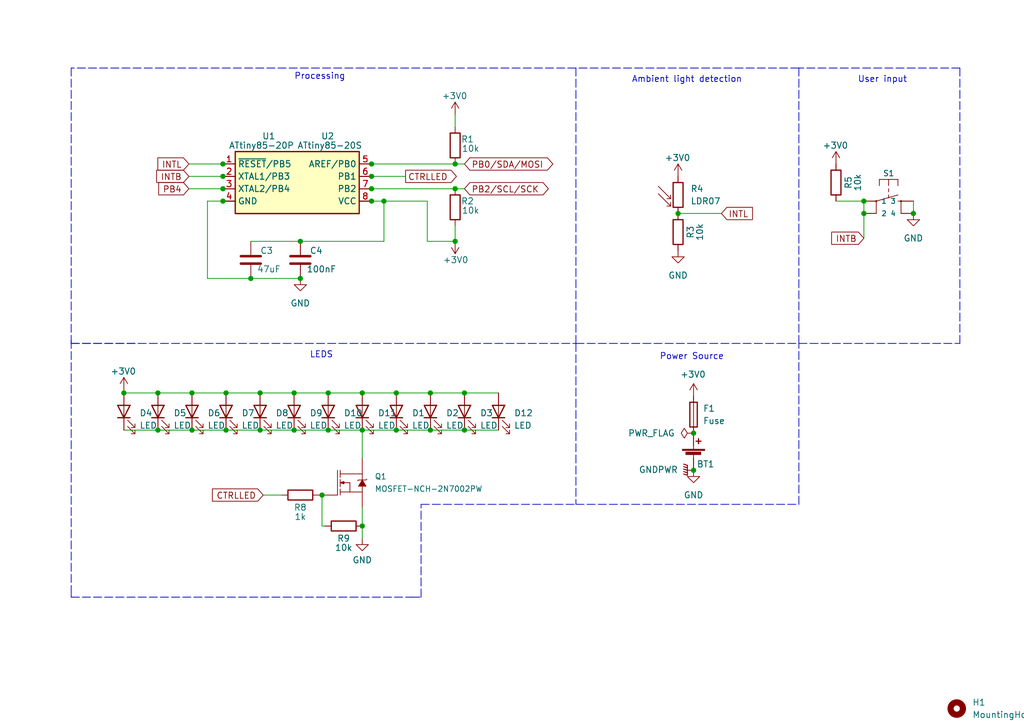
<source format=kicad_sch>
(kicad_sch (version 20211123) (generator eeschema)
  (paper "A5")
  (title_block (title "LED light ornament") (date "2022-11-21") (rev "1.2") (comment 1 "Casper R. Tak"))
  (lib_symbols
    (symbol "Device:Battery_Cell" (pin_numbers hide) (pin_names (offset 0) hide)
      (property "Reference" "BT" (at 2.54 2.54 0))
      (property "Value" "Battery_Cell" (at 2.54 0 0))
      (symbol "Battery_Cell_0_1"
        (rectangle (start -2.286 1.778) (end 2.286 1.524) (fill (type outline)))
        (rectangle (start -1.5748 1.1938) (end 1.4732 0.6858) (fill (type outline)))
        (polyline (pts (xy 0 0.762) (xy 0 0)))
        (polyline (pts (xy 0 1.778) (xy 0 2.54)))
        (polyline (pts (xy 0.508 3.429) (xy 1.524 3.429)) (stroke (width 0.254)))
        (polyline (pts (xy 1.016 3.937) (xy 1.016 2.921)) (stroke (width 0.254)))
      )
      (symbol "Battery_Cell_1_1"
        (pin passive line (at 0 5.08 270) (length 2.54) (name "+") (number "1"))
        (pin passive line (at 0 -2.54 90) (length 2.54) (name "-") (number "2"))
      )
    )
    (symbol "Device:C" (pin_numbers hide) (pin_names (offset 0.254))
      (property "Reference" "C" (at 0.635 2.54 0))
      (property "Value" "C" (at 0.635 -2.54 0))
      (symbol "C_0_1"
        (polyline (pts (xy -2.032 -0.762) (xy 2.032 -0.762)) (stroke (width 0.508)))
        (polyline (pts (xy -2.032 0.762) (xy 2.032 0.762)) (stroke (width 0.508)))
      )
      (symbol "C_1_1"
        (pin passive line (at 0 3.81 270) (length 2.794) (name "~") (number "1"))
        (pin passive line (at 0 -3.81 90) (length 2.794) (name "~") (number "2"))
      )
    )
    (symbol "Device:Fuse" (pin_numbers hide) (pin_names (offset 0))
      (property "Reference" "F" (at 2.032 0 90))
      (property "Value" "Fuse" (at -1.905 0 90))
      (symbol "Fuse_0_1"
        (rectangle (start -0.762 -2.54) (end 0.762 2.54) (stroke (width 0.254)))
        (polyline (pts (xy 0 2.54) (xy 0 -2.54)))
      )
      (symbol "Fuse_1_1"
        (pin passive line (at 0 3.81 270) (length 1.27) (name "~") (number "1"))
        (pin passive line (at 0 -3.81 90) (length 1.27) (name "~") (number "2"))
      )
    )
    (symbol "Device:LED" (pin_numbers hide) (pin_names (offset 1.016) hide)
      (property "Reference" "D" (at 0 2.54 0))
      (property "Value" "LED" (at 0 -2.54 0))
      (symbol "LED_0_1"
        (polyline (pts (xy -1.27 -1.27) (xy -1.27 1.27)) (stroke (width 0.254)))
        (polyline (pts (xy -1.27 0) (xy 1.27 0)))
        (polyline (pts (xy 1.27 -1.27) (xy 1.27 1.27) (xy -1.27 0) (xy 1.27 -1.27)) (stroke (width 0.254)))
        (polyline (pts (xy -3.048 -0.762) (xy -4.572 -2.286) (xy -3.81 -2.286) (xy -4.572 -2.286) (xy -4.572 -1.524)))
        (polyline (pts (xy -1.778 -0.762) (xy -3.302 -2.286) (xy -2.54 -2.286) (xy -3.302 -2.286) (xy -3.302 -1.524)))
      )
      (symbol "LED_1_1"
        (pin passive line (at -3.81 0 0) (length 2.54) (name "K") (number "1"))
        (pin passive line (at 3.81 0 180) (length 2.54) (name "A") (number "2"))
      )
    )
    (symbol "Device:R" (pin_numbers hide) (pin_names (offset 0))
      (property "Reference" "R" (at 2.032 0 90))
      (property "Value" "R" (at 0 0 90))
      (symbol "R_0_1"
        (rectangle (start -1.016 -2.54) (end 1.016 2.54) (stroke (width 0.254)))
      )
      (symbol "R_1_1"
        (pin passive line (at 0 3.81 270) (length 1.27) (name "~") (number "1"))
        (pin passive line (at 0 -3.81 90) (length 1.27) (name "~") (number "2"))
      )
    )
    (symbol "MCU_Microchip_ATtiny:ATtiny85-20P"
      (property "Reference" "U?" (at 0.635 12.065 0))
      (property "Value" "ATtiny85-20P" (at 7.62 10.16 0))
      (symbol "ATtiny85-20P_0_1"
        (rectangle (start -12.7 8.89) (end 12.7 -3.81) (stroke (width 0.254)) (fill (type background)))
      )
      (symbol "ATtiny85-20P_1_1"
        (pin bidirectional line (at -15.24 6.35 0) (length 2.54) (name "~{RESET}/PB5") (number "1"))
        (pin bidirectional line (at -15.24 3.81 0) (length 2.54) (name "XTAL1/PB3") (number "2"))
        (pin bidirectional line (at -15.24 1.27 0) (length 2.54) (name "XTAL2/PB4") (number "3"))
        (pin power_in line (at -15.24 -1.27 0) (length 2.54) (name "GND") (number "4"))
        (pin bidirectional line (at 15.24 6.35 180) (length 2.54) (name "AREF/PB0") (number "5"))
        (pin bidirectional line (at 15.24 3.81 180) (length 2.54) (name "PB1") (number "6"))
        (pin bidirectional line (at 15.24 1.27 180) (length 2.54) (name "PB2") (number "7"))
        (pin power_in line (at 15.24 -1.27 180) (length 2.54) (name "VCC") (number "8"))
      )
    )
    (symbol "MCU_Microchip_ATtiny:ATtiny85-20S"
      (property "Reference" "U?" (at -13.97 1.2701 0))
      (property "Value" "ATtiny85-20S" (at -13.97 -1.2699 0))
      (symbol "ATtiny85-20S_0_1"
        (rectangle (start -13.97 6.985) (end 11.43 -5.715) (stroke (width 0.254)) (fill (type background)))
      )
      (symbol "ATtiny85-20S_1_1"
        (pin bidirectional line (at -16.51 4.445 0) (length 2.54) (name "~{RESET}/PB5") (number "1"))
        (pin bidirectional line (at -16.51 1.905 0) (length 2.54) (name "XTAL1/PB3") (number "2"))
        (pin bidirectional line (at -16.51 -0.635 0) (length 2.54) (name "XTAL2/PB4") (number "3"))
        (pin power_in line (at -16.51 -3.175 0) (length 2.54) (name "GND") (number "4"))
        (pin bidirectional line (at 13.97 4.445 180) (length 2.54) (name "AREF/PB0") (number "5"))
        (pin bidirectional line (at 13.97 1.905 180) (length 2.54) (name "PB1") (number "6"))
        (pin bidirectional line (at 13.97 -0.635 180) (length 2.54) (name "PB2") (number "7"))
        (pin power_in line (at 13.97 -3.175 180) (length 2.54) (name "VCC") (number "8"))
      )
    )
    (symbol "Mechanical:MountingHole" (pin_names (offset 1.016))
      (property "Reference" "H" (at 0 5.08 0))
      (property "Value" "MountingHole" (at 0 3.175 0))
      (symbol "MountingHole_0_1"
        (circle (center 0 0) (radius 1.27) (stroke (width 1.27)))
      )
    )
    (symbol "Sensor_Optical:LDR07" (pin_numbers hide) (pin_names (offset 0))
      (property "Reference" "R" (at -5.08 0 90))
      (property "Value" "LDR07" (at 1.905 0 90))
      (symbol "LDR07_0_1"
        (rectangle (start -1.016 2.54) (end 1.016 -2.54) (stroke (width 0.254)))
        (polyline (pts (xy -1.524 -2.286) (xy -4.064 0.254)))
        (polyline (pts (xy -1.524 -2.286) (xy -2.286 -2.286)))
        (polyline (pts (xy -1.524 -2.286) (xy -1.524 -1.524)))
        (polyline (pts (xy -1.524 -0.762) (xy -4.064 1.778)))
        (polyline (pts (xy -1.524 -0.762) (xy -2.286 -0.762)))
        (polyline (pts (xy -1.524 -0.762) (xy -1.524 0)))
      )
      (symbol "LDR07_1_1"
        (pin passive line (at 0 3.81 270) (length 1.27) (name "~") (number "1"))
        (pin passive line (at 0 -3.81 90) (length 1.27) (name "~") (number "2"))
      )
    )
    (symbol "SparkFun-DiscreteSemi:MOSFET-NCH-2N7002PW" (pin_numbers hide) (pin_names (offset 1.016) hide)
      (property "Reference" "Q" (at 3.81 3.81 0))
      (property "Value" "MOSFET-NCH-2N7002PW" (at 3.81 -5.08 0))
      (property "Field4" "TRANS-11151" (at 0 8.89 0))
      (symbol "MOSFET-NCH-2N7002PW_1_0"
        (polyline (pts (xy -2.54 -2.54) (xy -2.54 2.54)))
        (polyline (pts (xy -1.9812 -1.905) (xy -1.9812 -2.54)))
        (polyline (pts (xy -1.9812 -1.905) (xy 0 -1.905)))
        (polyline (pts (xy -1.9812 -1.2954) (xy -1.9812 -1.905)))
        (polyline (pts (xy -1.9812 0.6858) (xy -1.9812 -0.8382)))
        (polyline (pts (xy -1.9812 1.8034) (xy -1.9812 1.0922)))
        (polyline (pts (xy -1.9812 1.8034) (xy 2.54 1.8034)))
        (polyline (pts (xy -1.9812 2.54) (xy -1.9812 1.8034)))
        (polyline (pts (xy 0 -1.905) (xy 0 0)))
        (polyline (pts (xy 0 0) (xy -1.2192 0)))
        (polyline (pts (xy 1.6002 0.381) (xy 1.778 0.5588)))
        (polyline (pts (xy 2.54 -2.54) (xy 2.54 -1.905)))
        (polyline (pts (xy 2.54 -1.905) (xy 0 -1.905)))
        (polyline (pts (xy 2.54 -0.7112) (xy 2.54 -1.905)))
        (polyline (pts (xy 2.54 0.5588) (xy 1.778 0.5588)))
        (polyline (pts (xy 2.54 0.5588) (xy 3.302 0.5588)))
        (polyline (pts (xy 2.54 1.8034) (xy 2.54 0.5588)))
        (polyline (pts (xy 2.54 2.54) (xy 2.54 1.8034)))
        (polyline (pts (xy 3.302 0.5588) (xy 3.4798 0.7366)))
      )
      (symbol "MOSFET-NCH-2N7002PW_1_1"
        (polyline (pts (xy -1.9812 0) (xy -1.2192 0.254) (xy -1.2192 0.254) (xy -1.2192 -0.254) (xy -1.2192 -0.254) (xy -1.9812 0)) (fill (type outline)))
        (polyline (pts (xy 1.778 -0.7112) (xy 2.54 0.5588) (xy 2.54 0.5588) (xy 3.302 -0.7112) (xy 3.302 -0.7112) (xy 1.778 -0.7112)) (fill (type outline)))
        (pin bidirectional line (at -5.08 -2.54 0) (length 2.54) (name "G") (number "1"))
        (pin bidirectional line (at 2.54 -5.08 90) (length 2.54) (name "S") (number "2"))
        (pin bidirectional line (at 2.54 5.08 270) (length 2.54) (name "D") (number "3"))
      )
    )
    (symbol "SparkFun-Switches:MOMENTARY-SWITCH-SPST-2-SMD-5.2MM" (pin_numbers hide) (pin_names (offset 1.016))
      (property "Reference" "S" (at -5.08 1.27 0))
      (property "Value" "MOMENTARY-SWITCH-SPST-2-SMD-5.2MM" (at -5.08 -5.08 0))
      (property "Field4" "SWCH-08247" (at 0 7.62 0))
      (symbol "MOMENTARY-SWITCH-SPST-2-SMD-5.2MM_1_0"
        (polyline (pts (xy -2.54 -2.54) (xy -2.54 0)))
        (polyline (pts (xy -2.54 0) (xy 1.905 1.27)))
        (polyline (pts (xy -1.905 4.445) (xy -1.905 3.175)))
        (polyline (pts (xy 0 1.27) (xy 0 0.635)))
        (polyline (pts (xy 0 2.54) (xy 0 1.905)))
        (polyline (pts (xy 0 4.445) (xy -1.905 4.445)))
        (polyline (pts (xy 0 4.445) (xy 0 3.175)))
        (polyline (pts (xy 1.905 0) (xy 2.54 0)))
        (polyline (pts (xy 1.905 4.445) (xy 0 4.445)))
        (polyline (pts (xy 1.905 4.445) (xy 1.905 3.175)))
        (polyline (pts (xy 2.54 -2.54) (xy 2.54 0)))
      )
      (symbol "MOMENTARY-SWITCH-SPST-2-SMD-5.2MM_1_1"
        (circle (center -2.54 0) (radius 0.127) (fill (type outline)))
        (circle (center 2.54 0) (radius 0.127) (fill (type outline)))
        (pin passive line (at -5.08 0 0) (length 2.54) (name "1") (number "1"))
        (pin passive line (at -5.08 -2.54 0) (length 2.54) (name "2") (number "2"))
        (pin passive line (at 5.08 0 180) (length 2.54) (name "3") (number "3"))
        (pin passive line (at 5.08 -2.54 180) (length 2.54) (name "4") (number "4"))
      )
    )
    (symbol "power:+3V0" (power) (pin_names (offset 0))
      (property "Value" "+3V0" (at 0 3.556 0))
      (symbol "+3V0_0_1"
        (polyline (pts (xy -0.762 1.27) (xy 0 2.54)))
        (polyline (pts (xy 0 0) (xy 0 2.54)))
        (polyline (pts (xy 0 2.54) (xy 0.762 1.27)))
      )
      (symbol "+3V0_1_1"
        (pin power_in line (at 0 0 90) (length 0) hide (name "+3V0") (number "1"))
      )
    )
    (symbol "power:GND" (power) (pin_names (offset 0))
      (property "Value" "GND" (at 0 -3.81 0))
      (symbol "GND_0_1"
        (polyline (pts (xy 0 0) (xy 0 -1.27) (xy 1.27 -1.27) (xy 0 -2.54) (xy -1.27 -1.27) (xy 0 -1.27)))
      )
      (symbol "GND_1_1"
        (pin power_in line (at 0 0 270) (length 0) hide (name "GND") (number "1"))
      )
    )
    (symbol "power:GNDPWR" (power) (pin_names (offset 0))
      (property "Value" "GNDPWR" (at 0 -3.302 0))
      (symbol "GNDPWR_0_1"
        (polyline (pts (xy 0 -1.27) (xy 0 0)))
        (polyline (pts (xy -1.016 -1.27) (xy -1.27 -2.032) (xy -1.27 -2.032)) (stroke (width 0.2032)))
        (polyline (pts (xy -0.508 -1.27) (xy -0.762 -2.032) (xy -0.762 -2.032)) (stroke (width 0.2032)))
        (polyline (pts (xy 0 -1.27) (xy -0.254 -2.032) (xy -0.254 -2.032)) (stroke (width 0.2032)))
        (polyline (pts (xy 0.508 -1.27) (xy 0.254 -2.032) (xy 0.254 -2.032)) (stroke (width 0.2032)))
        (polyline (pts (xy 1.016 -1.27) (xy -1.016 -1.27) (xy -1.016 -1.27)) (stroke (width 0.2032)))
        (polyline (pts (xy 1.016 -1.27) (xy 0.762 -2.032) (xy 0.762 -2.032) (xy 0.762 -2.032)) (stroke (width 0.2032)))
      )
      (symbol "GNDPWR_1_1"
        (pin power_in line (at 0 0 270) (length 0) hide (name "GNDPWR") (number "1"))
      )
    )
    (symbol "power:PWR_FLAG" (power) (pin_numbers hide) (pin_names (offset 0) hide)
      (property "Value" "PWR_FLAG" (at 0 3.81 0))
      (symbol "PWR_FLAG_0_0"
        (pin power_out line (at 0 0 90) (length 0) (name "pwr") (number "1"))
      )
      (symbol "PWR_FLAG_0_1"
        (polyline (pts (xy 0 0) (xy 0 1.27) (xy -1.016 1.905) (xy 0 2.54) (xy 1.016 1.905) (xy 0 1.27)))
      )
    )
  )
  (junction (at 53.34 80.645))
  (junction (at 139.065 43.815))
  (junction (at 53.34 88.265))
  (junction (at 67.31 80.645))
  (junction (at 32.385 80.645))
  (junction (at 76.2 38.735))
  (junction (at 142.24 88.9))
  (junction (at 46.355 80.645))
  (junction (at 45.72 33.655))
  (junction (at 76.2 41.275))
  (junction (at 81.28 80.645))
  (junction (at 78.74 41.275))
  (junction (at 45.72 38.735))
  (junction (at 93.345 38.735))
  (junction (at 95.25 80.645))
  (junction (at 93.345 33.655))
  (junction (at 177.165 43.815))
  (junction (at 32.385 88.265))
  (junction (at 66.04 101.6))
  (junction (at 67.31 88.265))
  (junction (at 51.435 57.15))
  (junction (at 187.325 43.815))
  (junction (at 74.295 88.265))
  (junction (at 142.24 96.52))
  (junction (at 74.295 80.645))
  (junction (at 81.28 88.265))
  (junction (at 46.355 88.265))
  (junction (at 61.595 49.53))
  (junction (at 39.37 88.265))
  (junction (at 61.595 57.15))
  (junction (at 60.325 80.645))
  (junction (at 93.345 49.53))
  (junction (at 76.2 36.195))
  (junction (at 60.325 88.265))
  (junction (at 25.4 80.645))
  (junction (at 88.265 88.265))
  (junction (at 45.72 41.275))
  (junction (at 76.2 33.655))
  (junction (at 177.165 41.275))
  (junction (at 45.72 36.195))
  (junction (at 95.25 88.265))
  (junction (at 74.295 107.95))
  (junction (at 39.37 80.645))
  (junction (at 88.265 80.645))
  (wire (pts (xy 67.31 80.645) (xy 74.295 80.645)))
  (wire (pts (xy 51.435 49.53) (xy 61.595 49.53)))
  (polyline (pts (xy 84.455 122.555) (xy 86.36 122.555)))
  (polyline (pts (xy 14.605 70.485) (xy 118.11 70.485)))
  (wire (pts (xy 61.595 49.53) (xy 78.74 49.53)))
  (polyline (pts (xy 14.605 69.85) (xy 14.605 121.92)))
  (wire (pts (xy 53.34 88.265) (xy 60.325 88.265)))
  (wire (pts (xy 65.405 101.6) (xy 66.04 101.6)))
  (polyline (pts (xy 118.11 103.505) (xy 163.83 103.505)))
  (wire (pts (xy 42.545 41.275) (xy 45.72 41.275)))
  (wire (pts (xy 93.345 38.735) (xy 95.25 38.735)))
  (wire (pts (xy 78.74 41.275) (xy 87.63 41.275)))
  (wire (pts (xy 93.345 33.655) (xy 95.25 33.655)))
  (wire (pts (xy 66.04 101.6) (xy 66.675 101.6)))
  (wire (pts (xy 74.295 80.645) (xy 81.28 80.645)))
  (polyline (pts (xy 14.605 70.485) (xy 27.94 70.485)))
  (wire (pts (xy 32.385 88.265) (xy 39.37 88.265)))
  (wire (pts (xy 88.265 80.645) (xy 95.25 80.645)))
  (wire (pts (xy 25.4 80.01) (xy 25.4 80.645)))
  (wire (pts (xy 139.065 43.815) (xy 147.955 43.815)))
  (wire (pts (xy 39.37 88.265) (xy 46.355 88.265)))
  (wire (pts (xy 38.735 38.735) (xy 45.72 38.735)))
  (wire (pts (xy 81.28 88.265) (xy 88.265 88.265)))
  (polyline (pts (xy 163.83 13.97) (xy 118.11 13.97)))
  (wire (pts (xy 95.25 80.645) (xy 102.235 80.645)))
  (polyline (pts (xy 86.36 122.555) (xy 86.36 103.505)))
  (wire (pts (xy 76.2 36.195) (xy 83.185 36.195)))
  (wire (pts (xy 74.295 88.265) (xy 81.28 88.265)))
  (polyline (pts (xy 163.83 70.485) (xy 163.83 13.97)))
  (wire (pts (xy 76.2 38.735) (xy 93.345 38.735)))
  (wire (pts (xy 74.295 88.265) (xy 74.295 93.98)))
  (wire (pts (xy 87.63 41.275) (xy 87.63 49.53)))
  (wire (pts (xy 187.325 41.275) (xy 187.325 43.815)))
  (wire (pts (xy 25.4 80.645) (xy 32.385 80.645)))
  (wire (pts (xy 25.4 88.265) (xy 32.385 88.265)))
  (polyline (pts (xy 86.36 103.505) (xy 118.11 103.505)))
  (wire (pts (xy 88.265 88.265) (xy 95.25 88.265)))
  (wire (pts (xy 60.325 88.265) (xy 67.31 88.265)))
  (wire (pts (xy 78.74 41.275) (xy 78.74 49.53)))
  (wire (pts (xy 53.975 101.6) (xy 57.785 101.6)))
  (polyline (pts (xy 196.85 13.97) (xy 163.83 13.97)))
  (wire (pts (xy 76.2 41.275) (xy 78.74 41.275)))
  (wire (pts (xy 42.545 41.275) (xy 42.545 57.15)))
  (wire (pts (xy 74.295 107.95) (xy 74.295 110.49)))
  (wire (pts (xy 66.04 107.95) (xy 66.675 107.95)))
  (polyline (pts (xy 118.11 70.485) (xy 163.83 70.485)))
  (wire (pts (xy 46.355 80.645) (xy 53.34 80.645)))
  (wire (pts (xy 39.37 80.645) (xy 46.355 80.645)))
  (polyline (pts (xy 14.605 121.92) (xy 14.605 122.555)))
  (polyline (pts (xy 196.85 70.485) (xy 196.85 13.97)))
  (wire (pts (xy 42.545 57.15) (xy 51.435 57.15)))
  (polyline (pts (xy 14.605 70.485) (xy 14.605 13.97)))
  (polyline (pts (xy 163.83 103.505) (xy 163.83 70.485)))
  (wire (pts (xy 67.31 88.265) (xy 74.295 88.265)))
  (polyline (pts (xy 163.83 70.485) (xy 196.85 70.485)))
  (wire (pts (xy 46.355 88.265) (xy 53.34 88.265)))
  (wire (pts (xy 76.2 33.655) (xy 93.345 33.655)))
  (polyline (pts (xy 118.11 70.485) (xy 118.11 103.505)))
  (wire (pts (xy 53.34 80.645) (xy 60.325 80.645)))
  (wire (pts (xy 177.165 41.275) (xy 177.165 43.815)))
  (wire (pts (xy 177.165 43.815) (xy 177.165 48.895)))
  (wire (pts (xy 81.28 80.645) (xy 88.265 80.645)))
  (polyline (pts (xy 118.11 70.485) (xy 118.11 13.97)))
  (wire (pts (xy 95.25 88.265) (xy 102.235 88.265)))
  (wire (pts (xy 93.345 46.355) (xy 93.345 49.53)))
  (wire (pts (xy 171.45 41.275) (xy 177.165 41.275)))
  (wire (pts (xy 93.345 23.495) (xy 93.345 26.035)))
  (wire (pts (xy 66.04 101.6) (xy 66.04 107.95)))
  (wire (pts (xy 38.735 36.195) (xy 45.72 36.195)))
  (wire (pts (xy 87.63 49.53) (xy 93.345 49.53)))
  (wire (pts (xy 74.295 104.14) (xy 74.295 107.95)))
  (wire (pts (xy 51.435 57.15) (xy 61.595 57.15)))
  (wire (pts (xy 38.735 33.655) (xy 45.72 33.655)))
  (wire (pts (xy 60.325 80.645) (xy 67.31 80.645)))
  (wire (pts (xy 32.385 80.645) (xy 39.37 80.645)))
  (polyline (pts (xy 14.605 122.555) (xy 84.455 122.555)))
  (polyline (pts (xy 118.11 13.97) (xy 14.605 13.97)))
  (text "LEDS\n" (at 63.5 73.66 0) (effects (font (size 1.27 1.27)) (justify left bottom)))
  (text "Processing" (at 60.325 16.51 0) (effects (font (size 1.27 1.27)) (justify left bottom)))
  (text "Power Source\n\n\n" (at 135.255 78.105 0) (effects (font (size 1.27 1.27)) (justify left bottom)))
  (text "User input\n" (at 175.895 17.145 0) (effects (font (size 1.27 1.27)) (justify left bottom)))
  (text "Ambient light detection\n" (at 129.54 17.145 0) (effects (font (size 1.27 1.27)) (justify left bottom)))
  (global_label "INTB" (shape input) (at 38.735 36.195 180) (property "Intersheet References" "${INTERSHEET_REFS}" (effects hide)))
  (global_label "PB2{slash}SCL{slash}SCK" (shape bidirectional) (at 95.25 38.735 0) (property "Intersheet References" "${INTERSHEET_REFS}" (effects hide)))
  (global_label "INTL" (shape input) (at 38.735 33.655 180) (property "Intersheet References" "${INTERSHEET_REFS}" (effects hide)))
  (global_label "INTB" (shape input) (at 177.165 48.895 180) (property "Intersheet References" "${INTERSHEET_REFS}" (effects hide)))
  (global_label "INTL" (shape input) (at 147.955 43.815 0) (property "Intersheet References" "${INTERSHEET_REFS}" (effects hide)))
  (global_label "PB4" (shape input) (at 38.735 38.735 180) (property "Intersheet References" "${INTERSHEET_REFS}" (effects hide)))
  (global_label "CTRLLED" (shape output) (at 83.185 36.195 0) (property "Intersheet References" "${INTERSHEET_REFS}" (effects hide)))
  (global_label "PB0{slash}SDA{slash}MOSI" (shape bidirectional) (at 95.25 33.655 0) (property "Intersheet References" "${INTERSHEET_REFS}" (effects hide)))
  (global_label "CTRLLED" (shape input) (at 53.975 101.6 180) (property "Intersheet References" "${INTERSHEET_REFS}" (effects hide)))
  (symbol (lib_id "Device:LED") (at 95.25 84.455 90) (unit 1)
    (property "Reference" "D3" (at 98.425 84.7724 90) (effects (justify right)))
    (property "Value" "LED" (at 98.425 87.3124 90) (effects (justify right)))
    (property "Footprint" "LED_SMD:LED_1206_3216Metric_Pad1.42x1.75mm_HandSolder" (effects hide))
  )
  (symbol (lib_id "Mechanical:MountingHole") (at 196.215 145.415 0) (unit 1)
    (property "Reference" "H1" (at 199.39 144.1449 0) (effects (justify left)))
    (property "Value" "MountingHole" (at 199.39 146.6849 0) (effects (justify left)))
    (property "Footprint" "MountingHole:MountingHole_2.5mm" (effects hide))
  )
  (symbol (lib_id "Device:R") (at 93.345 29.845 0) (unit 1)
    (property "Reference" "R1" (at 95.885 28.575 0))
    (property "Value" "10k" (at 96.52 30.48 0))
    (property "Footprint" "Resistor_SMD:R_1206_3216Metric_Pad1.30x1.75mm_HandSolder" (effects hide))
  )
  (symbol (lib_id "power:+3V0") (at 93.345 23.495 0) (unit 1)
    (property "Reference" "#PWR03" (effects hide))
    (property "Value" "+3V0" (at 95.885 19.685 0) (effects (justify right)))
  )
  (symbol (lib_id "Device:R") (at 70.485 107.95 270) (unit 1)
    (property "Reference" "R9" (at 70.485 110.49 90))
    (property "Value" "10k" (at 70.485 112.395 90))
    (property "Footprint" "Resistor_SMD:R_1206_3216Metric_Pad1.30x1.75mm_HandSolder" (effects hide))
  )
  (symbol (lib_id "power:+3V0") (at 93.345 49.53 180) (unit 1)
    (property "Reference" "#PWR06" (effects hide))
    (property "Value" "+3V0" (at 90.805 53.34 0) (effects (justify right)))
  )
  (symbol (lib_id "Device:LED") (at 74.295 84.455 90) (unit 1)
    (property "Reference" "D11" (at 77.47 84.7724 90) (effects (justify right)))
    (property "Value" "LED" (at 77.47 87.3124 90) (effects (justify right)))
    (property "Footprint" "LED_SMD:LED_1206_3216Metric_Pad1.42x1.75mm_HandSolder" (effects hide))
  )
  (symbol (lib_id "Device:LED") (at 67.31 84.455 90) (unit 1)
    (property "Reference" "D10" (at 70.485 84.7724 90) (effects (justify right)))
    (property "Value" "LED" (at 70.485 87.3124 90) (effects (justify right)))
    (property "Footprint" "LED_SMD:LED_1206_3216Metric_Pad1.42x1.75mm_HandSolder" (effects hide))
  )
  (symbol (lib_id "power:+3V0") (at 142.24 81.28 0) (unit 1)
    (property "Reference" "#PWR04" (effects hide))
    (property "Value" "+3V0" (at 144.78 76.835 0) (effects (justify right)))
  )
  (symbol (lib_id "Device:LED") (at 39.37 84.455 90) (unit 1)
    (property "Reference" "D6" (at 42.545 84.7724 90) (effects (justify right)))
    (property "Value" "LED" (at 42.545 87.3124 90) (effects (justify right)))
    (property "Footprint" "LED_SMD:LED_1206_3216Metric_Pad1.42x1.75mm_HandSolder" (effects hide))
  )
  (symbol (lib_id "power:+3V0") (at 139.065 36.195 0) (unit 1)
    (property "Reference" "#PWR07" (effects hide))
    (property "Value" "+3V0" (at 141.605 32.385 0) (effects (justify right)))
  )
  (symbol (lib_id "Device:Fuse") (at 142.24 85.09 0) (unit 1)
    (property "Reference" "F1" (at 144.145 83.8199 0) (effects (justify left)))
    (property "Value" "Fuse" (at 144.145 86.3599 0) (effects (justify left)))
    (property "Footprint" "Resistor_SMD:R_1206_3216Metric_Pad1.30x1.75mm_HandSolder" (effects hide))
  )
  (symbol (lib_id "SparkFun-DiscreteSemi:MOSFET-NCH-2N7002PW") (at 71.755 99.06 0) (unit 1)
    (property "Reference" "Q1" (at 76.835 97.79 0) (effects (font (size 1.143 1.143)) (justify left)))
    (property "Value" "MOSFET-NCH-2N7002PW" (at 76.835 100.33 0) (effects (font (size 1.143 1.143)) (justify left)))
    (property "Footprint" "SamacSys_Parts:SOT96P240X120-3N" (effects hide))
    (property "Field4" "TRANS-11151" (effects hide))
  )
  (symbol (lib_id "Device:LED") (at 88.265 84.455 90) (unit 1)
    (property "Reference" "D2" (at 91.44 84.7724 90) (effects (justify right)))
    (property "Value" "LED" (at 91.44 87.3124 90) (effects (justify right)))
    (property "Footprint" "LED_SMD:LED_1206_3216Metric_Pad1.42x1.75mm_HandSolder" (effects hide))
  )
  (symbol (lib_id "Device:LED") (at 25.4 84.455 90) (unit 1)
    (property "Reference" "D4" (at 28.575 84.7724 90) (effects (justify right)))
    (property "Value" "LED" (at 28.575 87.3124 90) (effects (justify right)))
    (property "Footprint" "LED_SMD:LED_1206_3216Metric_Pad1.42x1.75mm_HandSolder" (effects hide))
  )
  (symbol (lib_id "Device:LED") (at 102.235 84.455 90) (unit 1)
    (property "Reference" "D12" (at 105.41 84.7724 90) (effects (justify right)))
    (property "Value" "LED" (at 105.41 87.3124 90) (effects (justify right)))
    (property "Footprint" "LED_SMD:LED_1206_3216Metric_Pad1.42x1.75mm_HandSolder" (effects hide))
  )
  (symbol (lib_id "Device:LED") (at 32.385 84.455 90) (unit 1)
    (property "Reference" "D5" (at 35.56 84.7724 90) (effects (justify right)))
    (property "Value" "LED" (at 35.56 87.3124 90) (effects (justify right)))
    (property "Footprint" "LED_SMD:LED_1206_3216Metric_Pad1.42x1.75mm_HandSolder" (effects hide))
  )
  (symbol (lib_id "SparkFun-Switches:MOMENTARY-SWITCH-SPST-2-SMD-5.2MM") (at 182.245 41.275 0) (unit 1)
    (property "Reference" "S1" (at 182.245 35.56 0) (effects (font (size 1.143 1.143))))
    (property "Value" "MOMENTARY-SWITCH-SPST-2-SMD-5.2MM" (effects hide))
    (property "Footprint" "Button_Switch_SMD:SW_SPST_TL3305B" (effects hide))
    (property "Field4" "SWCH-08247" (effects hide))
    (property "Purpose" "act button" (effects hide))
  )
  (symbol (lib_id "Device:LED") (at 46.355 84.455 90) (unit 1)
    (property "Reference" "D7" (at 49.53 84.7724 90) (effects (justify right)))
    (property "Value" "LED" (at 49.53 87.3124 90) (effects (justify right)))
    (property "Footprint" "LED_SMD:LED_1206_3216Metric_Pad1.42x1.75mm_HandSolder" (effects hide))
  )
  (symbol (lib_id "MCU_Microchip_ATtiny:ATtiny85-20P") (at 60.96 40.005 0) (unit 1)
    (property "Reference" "U1" (at 56.515 27.94 0) (effects (justify right)))
    (property "Value" "ATtiny85-20P" (at 60.325 29.845 0) (effects (justify right)))
    (property "Footprint" "SamacSys_Parts:DIP781W56P254L950H533Q8N" (effects hide))
    (property "Datasheet" "http://ww1.microchip.com/downloads/en/DeviceDoc/atmel-2586-avr-8-bit-microcontroller-attiny25-attiny45-attiny85_datasheet.pdf" (effects hide))
  )
  (symbol (lib_id "power:GND") (at 187.325 43.815 0) (unit 1)
    (property "Reference" "#PWR010" (effects hide))
    (property "Value" "GND" (at 187.325 48.895 0))
  )
  (symbol (lib_id "Device:C") (at 51.435 53.34 0) (unit 1)
    (property "Reference" "C3" (at 53.34 51.435 0) (effects (justify left)))
    (property "Value" "47uF" (at 52.705 55.245 0) (effects (justify left)))
    (property "Footprint" "Capacitor_SMD:C_1206_3216Metric_Pad1.33x1.80mm_HandSolder" (effects hide))
  )
  (symbol (lib_id "power:GND") (at 142.24 96.52 0) (unit 1)
    (property "Reference" "#PWR05" (effects hide))
    (property "Value" "GND" (at 142.24 101.6 0))
  )
  (symbol (lib_id "MCU_Microchip_ATtiny:ATtiny85-20S") (at 62.23 38.1 0) (unit 1)
    (property "Reference" "U2" (at 68.58 27.94 0) (effects (justify right)))
    (property "Value" "ATtiny85-20S" (at 74.295 29.845 0) (effects (justify right)))
    (property "Footprint" "Package_SO:SOIC-8W_5.3x5.3mm_P1.27mm" (effects hide))
    (property "Datasheet" "http://ww1.microchip.com/downloads/en/DeviceDoc/atmel-2586-avr-8-bit-microcontroller-attiny25-attiny45-attiny85_datasheet.pdf" (effects hide))
  )
  (symbol (lib_id "Device:R") (at 171.45 37.465 0) (unit 1)
    (property "Reference" "R5" (at 173.99 37.465 90))
    (property "Value" "10k" (at 175.895 37.465 90))
    (property "Footprint" "Resistor_SMD:R_1206_3216Metric_Pad1.30x1.75mm_HandSolder" (effects hide))
  )
  (symbol (lib_id "power:+3V0") (at 25.4 80.01 0) (unit 1)
    (property "Reference" "#PWR02" (effects hide))
    (property "Value" "+3V0" (at 27.94 76.2 0) (effects (justify right)))
  )
  (symbol (lib_id "Device:Battery_Cell") (at 142.24 93.98 0) (unit 1)
    (property "Reference" "BT1" (at 142.875 95.25 0) (effects (justify left)))
    (property "Value" "2032" (effects hide))
    (property "Footprint" "Battery:BatteryHolder_Keystone_3002_1x2032" (effects hide))
  )
  (symbol (lib_id "Device:R") (at 61.595 101.6 270) (unit 1)
    (property "Reference" "R8" (at 61.595 104.14 90))
    (property "Value" "1k" (at 61.595 106.045 90))
    (property "Footprint" "Resistor_SMD:R_1206_3216Metric_Pad1.30x1.75mm_HandSolder" (effects hide))
  )
  (symbol (lib_id "Device:R") (at 139.065 47.625 0) (unit 1)
    (property "Reference" "R3" (at 141.605 47.625 90))
    (property "Value" "10k" (at 143.51 47.625 90))
    (property "Footprint" "Resistor_SMD:R_1206_3216Metric_Pad1.30x1.75mm_HandSolder" (effects hide))
  )
  (symbol (lib_id "power:GND") (at 74.295 110.49 0) (unit 1)
    (property "Reference" "#PWR0110" (effects hide))
    (property "Value" "GND" (at 74.295 114.935 0))
  )
  (symbol (lib_id "power:GND") (at 61.595 57.15 0) (unit 1)
    (property "Reference" "#PWR01" (effects hide))
    (property "Value" "GND" (at 61.595 62.23 0))
  )
  (symbol (lib_id "power:+3V0") (at 171.45 33.655 0) (unit 1)
    (property "Reference" "#PWR09" (effects hide))
    (property "Value" "+3V0" (at 173.99 29.845 0) (effects (justify right)))
  )
  (symbol (lib_id "power:GND") (at 139.065 51.435 0) (unit 1)
    (property "Reference" "#PWR08" (effects hide))
    (property "Value" "GND" (at 139.065 56.515 0))
  )
  (symbol (lib_id "Device:LED") (at 60.325 84.455 90) (unit 1)
    (property "Reference" "D9" (at 63.5 84.7724 90) (effects (justify right)))
    (property "Value" "LED" (at 63.5 87.3124 90) (effects (justify right)))
    (property "Footprint" "LED_SMD:LED_1206_3216Metric_Pad1.42x1.75mm_HandSolder" (effects hide))
  )
  (symbol (lib_id "Device:LED") (at 81.28 84.455 90) (unit 1)
    (property "Reference" "D1" (at 84.455 84.7724 90) (effects (justify right)))
    (property "Value" "LED" (at 84.455 87.3124 90) (effects (justify right)))
    (property "Footprint" "LED_SMD:LED_1206_3216Metric_Pad1.42x1.75mm_HandSolder" (effects hide))
  )
  (symbol (lib_id "Device:R") (at 93.345 42.545 0) (unit 1)
    (property "Reference" "R2" (at 95.885 41.275 0))
    (property "Value" "10k" (at 96.52 43.18 0))
    (property "Footprint" "Resistor_SMD:R_1206_3216Metric_Pad1.30x1.75mm_HandSolder" (effects hide))
  )
  (symbol (lib_id "power:PWR_FLAG") (at 142.24 88.9 90) (unit 1)
    (property "Reference" "#FLG0101" (effects hide))
    (property "Value" "PWR_FLAG" (at 138.43 88.8999 90) (effects (justify left)))
  )
  (symbol (lib_id "Device:LED") (at 53.34 84.455 90) (unit 1)
    (property "Reference" "D8" (at 56.515 84.7724 90) (effects (justify right)))
    (property "Value" "LED" (at 56.515 87.3124 90) (effects (justify right)))
    (property "Footprint" "LED_SMD:LED_1206_3216Metric_Pad1.42x1.75mm_HandSolder" (effects hide))
  )
  (symbol (lib_id "Device:C") (at 61.595 53.34 0) (unit 1)
    (property "Reference" "C4" (at 63.5 51.435 0) (effects (justify left)))
    (property "Value" "100nF" (at 62.865 55.245 0) (effects (justify left)))
    (property "Footprint" "Capacitor_SMD:C_1206_3216Metric_Pad1.33x1.80mm_HandSolder" (effects hide))
  )
  (symbol (lib_id "Sensor_Optical:LDR07") (at 139.065 40.005 0) (unit 1)
    (property "Reference" "R4" (at 141.605 38.7349 0) (effects (justify left)))
    (property "Value" "LDR07" (at 141.605 41.2749 0) (effects (justify left)))
    (property "Footprint" "OptoDevice:R_LDR_5.1x4.3mm_P3.4mm_Vertical" (effects hide))
    (property "Datasheet" "http://www.tme.eu/de/Document/f2e3ad76a925811312d226c31da4cd7e/LDR07.pdf" (effects hide))
  )
  (symbol (lib_id "power:GNDPWR") (at 142.24 96.52 270) (unit 1)
    (property "Reference" "#PWR0101" (effects hide))
    (property "Value" "GNDPWR" (at 139.065 96.3929 90) (effects (justify right)))
  )
)
</source>
